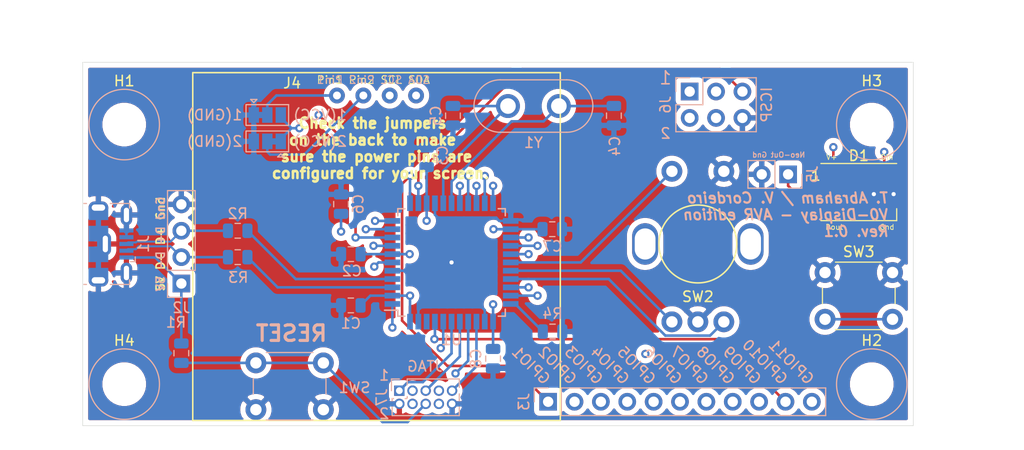
<source format=kicad_pcb>
(kicad_pcb (version 20171130) (host pcbnew "(5.1.9)-1")
  (layers (0 F.Cu signal) (1 VBUS power) (2 GND power) (31 B.Cu signal) (34 B.Paste user) (35 F.Paste user) (36 B.SilkS user) (37 F.SilkS user hide) (38 B.Mask user) (39 F.Mask user) (44 Edge.Cuts user))
  (net 0 "")
  (net 1 GND)
  (net 2 VBUS)
  (net 3 D+)
  (net 4 D-)
  (net 5 SDA)
  (net 6 SCL)
  (net 7 Kill_Switch)
  (net 8 NeoPixel)
  (net 9 ~Reset)
  (net 10 "Net-(D1-Pad2)")
  (net 11 GPIO3)
  (net 12 GPIO2)
  (net 13 GPIO1)
  (net 14 Pin2)
  (net 15 Pin1)
  (net 16 Encoder_Switch)
  (net 17 Encoder_B)
  (net 18 Encoder_A)
  (net 19 "Net-(C4-Pad1)")
  (net 20 "Net-(C5-Pad1)")
  (net 21 "Net-(C6-Pad1)")
  (net 22 GPIO11)
  (net 23 GPIO10)
  (net 24 GPIO9)
  (net 25 GPIO8)
  (net 26 GPIO7)
  (net 27 GPIO6)
  (net 28 GPIO5)
  (net 29 GPIO4)
  (net 30 MOSI)
  (net 31 SCLK)
  (net 32 MISO)
  (net 33 TDI)
  (net 34 "Net-(J7-Pad8)")
  (net 35 "Net-(J7-Pad7)")
  (net 36 TMS)
  (net 37 TDO)
  (net 38 TCK)
  (net 39 "Net-(R2-Pad1)")
  (net 40 "Net-(R3-Pad2)")
  (net 41 "Net-(R4-Pad1)")
  (net 42 "Net-(U1-Pad42)")
  (module V0-Display:1pt3in_OLED (layer F.Cu) (at 113.47 52.85)
    (fp_text reference J4 (at -8.132 -1.194) (layer F.SilkS))
    (fp_text value "I2C Header 1")
    (fp_line (start -17.7 31.3) (end 17.7 31.3) (layer F.SilkS) (width 0.15))
    (fp_line (start -17.7 -2.2) (end 17.7 -2.2) (layer F.SilkS) (width 0.15))
    (fp_line (start -17.7 -2.2) (end -17.7 31.3) (layer F.SilkS) (width 0.15))
    (fp_line (start 17.7 -2.2) (end 17.7 31.3) (layer F.SilkS) (width 0.15))
    (pad 4 thru_hole circle (at 3.81 0) (size 1.524 1.524) (drill 0.762) (layers *.Cu *.Mask) (net 5 SDA))
    (pad 3 thru_hole circle (at 1.27 0) (size 1.524 1.524) (drill 0.762) (layers *.Cu *.Mask) (net 6 SCL))
    (pad 2 thru_hole circle (at -1.27 0) (size 1.524 1.524) (drill 0.762) (layers *.Cu *.Mask) (net 14 Pin2))
    (pad 1 thru_hole circle (at -3.81 0) (size 1.524 1.524) (drill 0.762) (layers *.Cu *.Mask) (net 15 Pin1))
  )
  (module V0-Display:LED_WS2812B_PLCC4_5.0x5.0mm_P3.2mm (layer F.Cu) (at 159.92 62.15)
    (fp_text reference D1 (at 0 -3.5) (layer F.SilkS))
    (fp_text value WS2812B)
    (fp_line (start 3.65 2.75) (end 3.65 1.6) (layer F.SilkS) (width 0.12))
    (fp_line (start -3.65 2.75) (end 3.65 2.75) (layer F.SilkS) (width 0.12))
    (fp_line (start -3.65 -2.75) (end 3.65 -2.75) (layer F.SilkS) (width 0.12))
    (fp_text user 1 (at -4.15 -1.6) (layer F.SilkS))
    (pad 1 smd rect (at -2.45 -1.6) (size 1.5 1) (layers F.Cu F.Paste F.Mask) (net 2 VBUS))
    (pad 2 smd rect (at -2.45 1.6) (size 1.5 1) (layers F.Cu F.Paste F.Mask) (net 10 "Net-(D1-Pad2)"))
    (pad 4 smd rect (at 2.45 -1.6) (size 1.5 1) (layers F.Cu F.Paste F.Mask) (net 8 NeoPixel))
    (pad 3 smd rect (at 2.45 1.6) (size 1.5 1) (layers F.Cu F.Paste F.Mask) (net 1 GND))
  )
  (module V0-Display:EN11_Encoder (layer F.Cu) (at 144.42 67.15)
    (fp_text reference SW2 (at 0 5.08) (layer F.SilkS))
    (fp_text value Rotary_Encoder_Switch)
    (fp_circle (center 0 0) (end 3.75 0) (layer F.SilkS) (width 0.15))
    (pad MP thru_hole oval (at 5.08 0 180) (size 2.5 4) (drill oval 2 3) (layers *.Cu *.Mask))
    (pad MP thru_hole oval (at -5.08 0) (size 2.5 4) (drill oval 2 3) (layers *.Cu *.Mask))
    (pad S2 thru_hole circle (at 2.5 -7) (size 2 2) (drill 1.1) (layers *.Cu *.Mask) (net 1 GND))
    (pad S1 thru_hole circle (at -2.5 -7) (size 2 2) (drill 1.1) (layers *.Cu *.Mask) (net 16 Encoder_Switch))
    (pad B thru_hole circle (at 2.5 7.5) (size 2 2) (drill 1.1) (layers *.Cu *.Mask) (net 17 Encoder_B))
    (pad C thru_hole circle (at 0 7.5) (size 2 2) (drill 1.1) (layers *.Cu *.Mask) (net 1 GND))
    (pad A thru_hole circle (at -2.5 7.5) (size 2 2) (drill 1.1) (layers *.Cu *.Mask) (net 18 Encoder_A))
  )
  (module V0-Display:SW_PUSH_6mm (layer F.Cu) (at 156.67 69.9)
    (fp_text reference SW3 (at 3.25 -2) (layer F.SilkS))
    (fp_text value SW_SPST)
    (fp_line (start 6.75 3) (end 6.75 1.5) (layer F.SilkS) (width 0.12))
    (fp_line (start 5.5 -1) (end 1 -1) (layer F.SilkS) (width 0.12))
    (fp_line (start -0.25 1.5) (end -0.25 3) (layer F.SilkS) (width 0.12))
    (fp_line (start 1 5.5) (end 5.5 5.5) (layer F.SilkS) (width 0.12))
    (pad 1 thru_hole circle (at 6.5 0 90) (size 2 2) (drill 1.1) (layers *.Cu *.Mask) (net 1 GND))
    (pad 2 thru_hole circle (at 6.5 4.5 90) (size 2 2) (drill 1.1) (layers *.Cu *.Mask) (net 7 Kill_Switch))
    (pad 1 thru_hole circle (at 0 0 90) (size 2 2) (drill 1.1) (layers *.Cu *.Mask) (net 1 GND))
    (pad 2 thru_hole circle (at 0 4.5 90) (size 2 2) (drill 1.1) (layers *.Cu *.Mask) (net 7 Kill_Switch))
  )
  (module V0-Display:SW_PUSH_6mm (layer B.Cu) (at 108.352 78.6054 180)
    (fp_text reference SW1 (at -2.999 -2.387) (layer B.SilkS) (effects (justify mirror)))
    (fp_text value SW_SPST)
    (fp_line (start 6.75 -3) (end 6.75 -1.5) (layer B.SilkS) (width 0.12))
    (fp_line (start 5.5 1) (end 1 1) (layer B.SilkS) (width 0.12))
    (fp_line (start -0.25 -1.5) (end -0.25 -3) (layer B.SilkS) (width 0.12))
    (fp_line (start 1 -5.5) (end 5.5 -5.5) (layer B.SilkS) (width 0.12))
    (pad 1 thru_hole circle (at 6.5 0 90) (size 2 2) (drill 1.1) (layers *.Cu *.Mask) (net 9 ~Reset))
    (pad 2 thru_hole circle (at 6.5 -4.5 90) (size 2 2) (drill 1.1) (layers *.Cu *.Mask) (net 1 GND))
    (pad 1 thru_hole circle (at 0 0 90) (size 2 2) (drill 1.1) (layers *.Cu *.Mask) (net 9 ~Reset))
    (pad 2 thru_hole circle (at 0 -4.5 90) (size 2 2) (drill 1.1) (layers *.Cu *.Mask) (net 1 GND))
  )
  (module V0-Display:R_0805_2012Metric (layer B.Cu) (at 100.1 68.42)
    (fp_text reference R3 (at 0.0478 1.9558) (layer B.SilkS) (effects (justify mirror)))
    (fp_text value 22R)
    (fp_line (start -0.258578 -0.71) (end 0.258578 -0.71) (layer B.SilkS) (width 0.12))
    (fp_line (start -0.258578 0.71) (end 0.258578 0.71) (layer B.SilkS) (width 0.12))
    (pad 2 smd roundrect (at 0.9375 0) (size 0.975 1.4) (layers B.Cu B.Paste B.Mask) (net 40 "Net-(R3-Pad2)"))
    (pad 1 smd roundrect (at -0.9375 0) (size 0.975 1.4) (layers B.Cu B.Paste B.Mask) (net 4 D-))
  )
  (module V0-Display:R_0805_2012Metric (layer B.Cu) (at 94.67 77.6679 270)
    (fp_text reference R1 (at -2.9735 0.516 180) (layer B.SilkS) (effects (justify mirror)))
    (fp_text value 10K)
    (fp_line (start -0.258578 -0.71) (end 0.258578 -0.71) (layer B.SilkS) (width 0.12))
    (fp_line (start -0.258578 0.71) (end 0.258578 0.71) (layer B.SilkS) (width 0.12))
    (pad 2 smd roundrect (at 0.9375 0 270) (size 0.975 1.4) (layers B.Cu B.Paste B.Mask) (net 9 ~Reset))
    (pad 1 smd roundrect (at -0.9375 0 270) (size 0.975 1.4) (layers B.Cu B.Paste B.Mask) (net 2 VBUS))
  )
  (module V0-Display:SolderJumper-3_P1.3mm_Bridged12_Pad1.0x1.5mm (layer B.Cu) (at 102.95 54.73)
    (fp_text reference JP2 hide)
    (fp_text value Pin1)
    (fp_poly (pts (xy -0.9 0.3) (xy -0.4 0.3) (xy -0.4 -0.3) (xy -0.9 -0.3)) (layer B.Cu) (width 0))
    (fp_line (start -2.05 1) (end 2.05 1) (layer B.SilkS) (width 0.12))
    (fp_line (start 2.05 1) (end 2.05 -1) (layer B.SilkS) (width 0.12))
    (fp_line (start 2.05 -1) (end -2.05 -1) (layer B.SilkS) (width 0.12))
    (fp_line (start -2.05 -1) (end -2.05 1) (layer B.SilkS) (width 0.12))
    (fp_line (start -1.3 -1.2) (end -1.6 -1.5) (layer B.SilkS) (width 0.12))
    (fp_line (start -1.6 -1.5) (end -1 -1.5) (layer B.SilkS) (width 0.12))
    (fp_line (start -1.3 -1.2) (end -1 -1.5) (layer B.SilkS) (width 0.12))
    (pad 2 smd rect (at 0 0) (size 1 1.5) (layers B.Cu B.Mask) (net 15 Pin1))
    (pad 3 smd rect (at 1.3 0) (size 1 1.5) (layers B.Cu B.Mask) (net 2 VBUS))
    (pad 1 smd rect (at -1.3 0) (size 1 1.5) (layers B.Cu B.Mask) (net 1 GND))
  )
  (module V0-Display:SolderJumper-3_P1.3mm_Bridged12_Pad1.0x1.5mm (layer B.Cu) (at 102.95 57.27 180)
    (fp_text reference JP1 hide)
    (fp_text value Pin2)
    (fp_poly (pts (xy -0.9 0.3) (xy -0.4 0.3) (xy -0.4 -0.3) (xy -0.9 -0.3)) (layer B.Cu) (width 0))
    (fp_line (start -2.05 1) (end 2.05 1) (layer B.SilkS) (width 0.12))
    (fp_line (start 2.05 1) (end 2.05 -1) (layer B.SilkS) (width 0.12))
    (fp_line (start 2.05 -1) (end -2.05 -1) (layer B.SilkS) (width 0.12))
    (fp_line (start -2.05 -1) (end -2.05 1) (layer B.SilkS) (width 0.12))
    (fp_line (start -1.3 -1.2) (end -1.6 -1.5) (layer B.SilkS) (width 0.12))
    (fp_line (start -1.6 -1.5) (end -1 -1.5) (layer B.SilkS) (width 0.12))
    (fp_line (start -1.3 -1.2) (end -1 -1.5) (layer B.SilkS) (width 0.12))
    (pad 2 smd rect (at 0 0 180) (size 1 1.5) (layers B.Cu B.Mask) (net 14 Pin2))
    (pad 3 smd rect (at 1.3 0 180) (size 1 1.5) (layers B.Cu B.Mask) (net 1 GND))
    (pad 1 smd rect (at -1.3 0 180) (size 1 1.5) (layers B.Cu B.Mask) (net 2 VBUS))
  )
  (module V0-Display:PinHeader_1x02_P2.54mm_Vertical (layer B.Cu) (at 153.115 60.445 90)
    (fp_text reference J5 (at 0 2.33 90) (layer B.SilkS) (effects (justify mirror)))
    (fp_text value Conn_01x02)
    (fp_line (start -1.33 1.33) (end 0 1.33) (layer B.SilkS) (width 0.12))
    (fp_line (start -1.33 0) (end -1.33 1.33) (layer B.SilkS) (width 0.12))
    (fp_line (start -1.33 -1.27) (end 1.33 -1.27) (layer B.SilkS) (width 0.12))
    (fp_line (start 1.33 -1.27) (end 1.33 -3.87) (layer B.SilkS) (width 0.12))
    (fp_line (start -1.33 -1.27) (end -1.33 -3.87) (layer B.SilkS) (width 0.12))
    (fp_line (start -1.33 -3.87) (end 1.33 -3.87) (layer B.SilkS) (width 0.12))
    (pad 2 thru_hole oval (at 0 -2.54 90) (size 1.7 1.7) (drill 1) (layers *.Cu *.Mask) (net 1 GND))
    (pad 1 thru_hole rect (at 0 0 90) (size 1.7 1.7) (drill 1) (layers *.Cu *.Mask) (net 10 "Net-(D1-Pad2)"))
  )
  (module V0-Display:PinHeader_1x04_P2.54mm_Vertical (layer B.Cu) (at 94.67 70.96)
    (fp_text reference J2 (at 0 2.33) (layer B.SilkS) (effects (justify mirror)))
    (fp_text value USB_Header)
    (fp_line (start -1.33 1.33) (end 0 1.33) (layer B.SilkS) (width 0.12))
    (fp_line (start -1.33 0) (end -1.33 1.33) (layer B.SilkS) (width 0.12))
    (fp_line (start -1.33 -1.27) (end 1.33 -1.27) (layer B.SilkS) (width 0.12))
    (fp_line (start 1.33 -1.27) (end 1.33 -8.95) (layer B.SilkS) (width 0.12))
    (fp_line (start -1.33 -1.27) (end -1.33 -8.95) (layer B.SilkS) (width 0.12))
    (fp_line (start -1.33 -8.95) (end 1.33 -8.95) (layer B.SilkS) (width 0.12))
    (pad 4 thru_hole oval (at 0 -7.62) (size 1.7 1.7) (drill 1) (layers *.Cu *.Mask) (net 1 GND))
    (pad 3 thru_hole oval (at 0 -5.08) (size 1.7 1.7) (drill 1) (layers *.Cu *.Mask) (net 3 D+))
    (pad 2 thru_hole oval (at 0 -2.54) (size 1.7 1.7) (drill 1) (layers *.Cu *.Mask) (net 4 D-))
    (pad 1 thru_hole rect (at 0 0) (size 1.7 1.7) (drill 1) (layers *.Cu *.Mask) (net 2 VBUS))
  )
  (module V0-Display:MolexVertical&Horizontal_MicroB (layer B.Cu) (at 87.92 67.15 90)
    (fp_text reference J1 (at 0 3.1125 90) (layer B.SilkS) (effects (justify mirror)))
    (fp_text value USB_B_Micro)
    (fp_line (start -1.7 2.3125) (end -1.7 1.8625) (layer B.SilkS) (width 0.12))
    (fp_line (start -1.7 2.3125) (end -1.25 2.3125) (layer B.SilkS) (width 0.12))
    (fp_line (start 3.9 1.7625) (end 3.45 1.7625) (layer B.SilkS) (width 0.12))
    (fp_line (start 3.9 -0.0875) (end 3.9 1.7625) (layer B.SilkS) (width 0.12))
    (fp_line (start -3.9 -2.6375) (end -3.9 -2.3875) (layer B.SilkS) (width 0.12))
    (fp_line (start 3.9 -2.6375) (end 3.9 -2.3875) (layer B.SilkS) (width 0.12))
    (fp_line (start -3.9 -0.0875) (end -3.9 1.7625) (layer B.SilkS) (width 0.12))
    (fp_line (start -3.9 1.7625) (end -3.45 1.7625) (layer B.SilkS) (width 0.12))
    (pad 6 thru_hole oval (at 0 -0.5695 90) (size 2.2 1.1) (drill oval 1.6 0.5) (layers *.Cu *.Mask) (net 1 GND))
    (pad 6 thru_hole oval (at -2.794 1.4625 90) (size 2 1.1) (drill oval 1.4 0.5) (layers *.Cu *.Mask) (net 1 GND))
    (pad 6 smd rect (at -2.9 -1.2375 90) (size 1.2 1.9) (layers B.Cu B.Mask) (net 1 GND))
    (pad 6 smd rect (at 2.9 -1.2375 90) (size 1.2 1.9) (layers B.Cu B.Mask) (net 1 GND))
    (pad 6 thru_hole oval (at 3.5 -1.2375 90) (size 1.2 1.9) (drill oval 0.6 1.3) (layers *.Cu *.Mask) (net 1 GND))
    (pad 6 thru_hole oval (at -3.5 -1.2375 270) (size 1.2 1.9) (drill oval 0.6 1.3) (layers *.Cu *.Mask) (net 1 GND))
    (pad 6 smd rect (at -1 -1.2375 90) (size 1.5 1.9) (layers B.Cu B.Paste B.Mask) (net 1 GND))
    (pad 6 thru_hole oval (at 2.794 1.4625 90) (size 2 1.1) (drill oval 1.4 0.5) (layers *.Cu *.Mask) (net 1 GND))
    (pad 3 smd rect (at 0 1.4625 90) (size 0.4 1.35) (layers B.Cu B.Paste B.Mask) (net 3 D+))
    (pad 4 smd rect (at 0.65 1.4625 90) (size 0.4 1.35) (layers B.Cu B.Paste B.Mask) (net 1 GND))
    (pad 5 smd rect (at 1.3 1.4625 90) (size 0.4 1.35) (layers B.Cu B.Paste B.Mask) (net 1 GND))
    (pad 1 smd rect (at -1.3 1.4625 90) (size 0.4 1.35) (layers B.Cu B.Paste B.Mask) (net 2 VBUS))
    (pad 2 smd rect (at -0.65 1.4625 90) (size 0.4 1.35) (layers B.Cu B.Paste B.Mask) (net 4 D-))
    (pad 6 smd rect (at 1 -1.2375 90) (size 1.5 1.9) (layers B.Cu B.Paste B.Mask) (net 1 GND))
  )
  (module V0-Display:MountingHole_3.2mm_M3 (layer F.Cu) (at 89.17 80.65)
    (fp_text reference H4 (at 0 -4.2) (layer F.SilkS))
    (fp_text value MountingHole)
    (pad 1 np_thru_hole circle (at 0 0) (size 3.2 3.2) (drill 3.2) (layers *.Cu *.Mask))
  )
  (module V0-Display:MountingHole_3.2mm_M3 (layer F.Cu) (at 161.17 55.65)
    (fp_text reference H3 (at 0 -4.2) (layer F.SilkS))
    (fp_text value MountingHole)
    (pad 1 np_thru_hole circle (at 0 0) (size 3.2 3.2) (drill 3.2) (layers *.Cu *.Mask))
  )
  (module V0-Display:MountingHole_3.2mm_M3 (layer F.Cu) (at 161.17 80.65)
    (fp_text reference H2 (at 0 -4.2) (layer F.SilkS))
    (fp_text value MountingHole)
    (pad 1 np_thru_hole circle (at 0 0) (size 3.2 3.2) (drill 3.2) (layers *.Cu *.Mask))
  )
  (module V0-Display:MountingHole_3.2mm_M3 (layer F.Cu) (at 89.17 55.65)
    (fp_text reference H1 (at 0 -4.2) (layer F.SilkS))
    (fp_text value MountingHole)
    (pad 1 np_thru_hole circle (at 0 0) (size 3.2 3.2) (drill 3.2) (layers *.Cu *.Mask))
  )
  (module V0-Display:C_0805_2012Metric (layer B.Cu) (at 136.332 54.7943 270)
    (fp_text reference C4 (at 2.93 -0.092 90) (layer B.SilkS) (effects (justify mirror)))
    (fp_text value 8pF)
    (fp_line (start -0.258578 -0.71) (end 0.258578 -0.71) (layer B.SilkS) (width 0.12))
    (fp_line (start -0.258578 0.71) (end 0.258578 0.71) (layer B.SilkS) (width 0.12))
    (pad 2 smd roundrect (at 0.9375 0 270) (size 0.975 1.4) (layers B.Cu B.Paste B.Mask) (net 1 GND))
    (pad 1 smd roundrect (at -0.9375 0 270) (size 0.975 1.4) (layers B.Cu B.Paste B.Mask) (net 19 "Net-(C4-Pad1)"))
  )
  (module V0-Display:C_0805_2012Metric (layer B.Cu) (at 118.2964 58.8 270)
    (fp_text reference C3 (at -0.1795 -1.524 90) (layer B.SilkS) (effects (justify mirror)))
    (fp_text value 0.1µF)
    (fp_line (start -0.258578 -0.71) (end 0.258578 -0.71) (layer B.SilkS) (width 0.12))
    (fp_line (start -0.258578 0.71) (end 0.258578 0.71) (layer B.SilkS) (width 0.12))
    (pad 2 smd roundrect (at 0.9375 0 270) (size 0.975 1.4) (layers B.Cu B.Paste B.Mask) (net 2 VBUS))
    (pad 1 smd roundrect (at -0.9375 0 270) (size 0.975 1.4) (layers B.Cu B.Paste B.Mask) (net 1 GND))
  )
  (module V0-Display:C_0805_2012Metric (layer B.Cu) (at 110.9964 68.128)
    (fp_text reference C2 (at 0.1016 1.6256) (layer B.SilkS) (effects (justify mirror)))
    (fp_text value 0.1µF)
    (fp_line (start -0.258578 -0.71) (end 0.258578 -0.71) (layer B.SilkS) (width 0.12))
    (fp_line (start -0.258578 0.71) (end 0.258578 0.71) (layer B.SilkS) (width 0.12))
    (pad 2 smd roundrect (at 0.9375 0) (size 0.975 1.4) (layers B.Cu B.Paste B.Mask) (net 2 VBUS))
    (pad 1 smd roundrect (at -0.9375 0) (size 0.975 1.4) (layers B.Cu B.Paste B.Mask) (net 1 GND))
  )
  (module V0-Display:C_0805_2012Metric (layer B.Cu) (at 110.9964 73.0682)
    (fp_text reference C1 (at 0.0023 1.7272) (layer B.SilkS) (effects (justify mirror)))
    (fp_text value 0.1µF)
    (fp_line (start -0.258578 -0.71) (end 0.258578 -0.71) (layer B.SilkS) (width 0.12))
    (fp_line (start -0.258578 0.71) (end 0.258578 0.71) (layer B.SilkS) (width 0.12))
    (pad 2 smd roundrect (at 0.9375 0) (size 0.975 1.4) (layers B.Cu B.Paste B.Mask) (net 2 VBUS))
    (pad 1 smd roundrect (at -0.9375 0) (size 0.975 1.4) (layers B.Cu B.Paste B.Mask) (net 1 GND))
  )
  (module V0-Display:C_0805_2012Metric (layer B.Cu) (at 120.832 54.7943 270)
    (fp_text reference C5 (at 0 1.65 90) (layer B.SilkS) (effects (justify mirror)))
    (fp_text value 8pF)
    (fp_line (start -0.258578 0.71) (end 0.258578 0.71) (layer B.SilkS) (width 0.12))
    (fp_line (start -0.258578 -0.71) (end 0.258578 -0.71) (layer B.SilkS) (width 0.12))
    (pad 1 smd roundrect (at -0.9375 0 270) (size 0.975 1.4) (layers B.Cu B.Paste B.Mask) (net 20 "Net-(C5-Pad1)"))
    (pad 2 smd roundrect (at 0.9375 0 270) (size 0.975 1.4) (layers B.Cu B.Paste B.Mask) (net 1 GND))
  )
  (module V0-Display:C_0805_2012Metric (layer B.Cu) (at 110.0538 63.3146 90)
    (fp_text reference C6 (at 0 1.65 90) (layer B.SilkS) (effects (justify mirror)))
    (fp_text value 1µF)
    (fp_line (start -0.258578 -0.71) (end 0.258578 -0.71) (layer B.SilkS) (width 0.12))
    (fp_line (start -0.258578 0.71) (end 0.258578 0.71) (layer B.SilkS) (width 0.12))
    (pad 2 smd roundrect (at 0.9375 0 90) (size 0.975 1.4) (layers B.Cu B.Paste B.Mask) (net 1 GND))
    (pad 1 smd roundrect (at -0.9375 0 90) (size 0.975 1.4) (layers B.Cu B.Paste B.Mask) (net 21 "Net-(C6-Pad1)"))
  )
  (module Pin_Headers:Pin_Header_Straight_1x11_Pitch2.54mm (layer B.Cu) (at 130 82.3472 270)
    (fp_text reference J3 (at 0 2.33 90) (layer B.SilkS) (effects (justify mirror)))
    (fp_text value Conn_01x11)
    (fp_line (start -1.33 1.33) (end 0 1.33) (layer B.SilkS) (width 0.12))
    (fp_line (start -1.33 0) (end -1.33 1.33) (layer B.SilkS) (width 0.12))
    (fp_line (start -1.33 -1.27) (end 1.33 -1.27) (layer B.SilkS) (width 0.12))
    (fp_line (start 1.33 -1.27) (end 1.33 -26.73) (layer B.SilkS) (width 0.12))
    (fp_line (start -1.33 -1.27) (end -1.33 -26.73) (layer B.SilkS) (width 0.12))
    (fp_line (start -1.33 -26.73) (end 1.33 -26.73) (layer B.SilkS) (width 0.12))
    (pad 11 thru_hole oval (at 0 -25.4 270) (size 1.7 1.7) (drill 1) (layers *.Cu *.Mask) (net 22 GPIO11))
    (pad 10 thru_hole oval (at 0 -22.86 270) (size 1.7 1.7) (drill 1) (layers *.Cu *.Mask) (net 23 GPIO10))
    (pad 9 thru_hole oval (at 0 -20.32 270) (size 1.7 1.7) (drill 1) (layers *.Cu *.Mask) (net 24 GPIO9))
    (pad 8 thru_hole oval (at 0 -17.78 270) (size 1.7 1.7) (drill 1) (layers *.Cu *.Mask) (net 25 GPIO8))
    (pad 7 thru_hole oval (at 0 -15.24 270) (size 1.7 1.7) (drill 1) (layers *.Cu *.Mask) (net 26 GPIO7))
    (pad 6 thru_hole oval (at 0 -12.7 270) (size 1.7 1.7) (drill 1) (layers *.Cu *.Mask) (net 27 GPIO6))
    (pad 5 thru_hole oval (at 0 -10.16 270) (size 1.7 1.7) (drill 1) (layers *.Cu *.Mask) (net 28 GPIO5))
    (pad 4 thru_hole oval (at 0 -7.62 270) (size 1.7 1.7) (drill 1) (layers *.Cu *.Mask) (net 29 GPIO4))
    (pad 3 thru_hole oval (at 0 -5.08 270) (size 1.7 1.7) (drill 1) (layers *.Cu *.Mask) (net 11 GPIO3))
    (pad 2 thru_hole oval (at 0 -2.54 270) (size 1.7 1.7) (drill 1) (layers *.Cu *.Mask) (net 12 GPIO2))
    (pad 1 thru_hole rect (at 0 0 270) (size 1.7 1.7) (drill 1) (layers *.Cu *.Mask) (net 13 GPIO1))
  )
  (module Pin_Headers:Pin_Header_Straight_2x03_Pitch2.54mm (layer B.Cu) (at 143.6326 52.4688 270)
    (fp_text reference J6 (at 1.27 2.33 90) (layer B.SilkS) (effects (justify mirror)))
    (fp_text value ICSP (at 1.27 -7.41 90) (layer B.SilkS) (effects (justify mirror)))
    (fp_line (start -1.33 1.33) (end 0 1.33) (layer B.SilkS) (width 0.12))
    (fp_line (start -1.33 0) (end -1.33 1.33) (layer B.SilkS) (width 0.12))
    (fp_line (start 1.27 1.33) (end 3.87 1.33) (layer B.SilkS) (width 0.12))
    (fp_line (start 1.27 -1.27) (end 1.27 1.33) (layer B.SilkS) (width 0.12))
    (fp_line (start -1.33 -1.27) (end 1.27 -1.27) (layer B.SilkS) (width 0.12))
    (fp_line (start 3.87 1.33) (end 3.87 -6.41) (layer B.SilkS) (width 0.12))
    (fp_line (start -1.33 -1.27) (end -1.33 -6.41) (layer B.SilkS) (width 0.12))
    (fp_line (start -1.33 -6.41) (end 3.87 -6.41) (layer B.SilkS) (width 0.12))
    (pad 6 thru_hole oval (at 2.54 -5.08 270) (size 1.7 1.7) (drill 1) (layers *.Cu *.Mask) (net 1 GND))
    (pad 5 thru_hole oval (at 0 -5.08 270) (size 1.7 1.7) (drill 1) (layers *.Cu *.Mask) (net 9 ~Reset))
    (pad 4 thru_hole oval (at 2.54 -2.54 270) (size 1.7 1.7) (drill 1) (layers *.Cu *.Mask) (net 30 MOSI))
    (pad 3 thru_hole oval (at 0 -2.54 270) (size 1.7 1.7) (drill 1) (layers *.Cu *.Mask) (net 31 SCLK))
    (pad 2 thru_hole oval (at 2.54 0 270) (size 1.7 1.7) (drill 1) (layers *.Cu *.Mask) (net 2 VBUS))
    (pad 1 thru_hole rect (at 0 0 270) (size 1.7 1.7) (drill 1) (layers *.Cu *.Mask) (net 32 MISO))
  )
  (module Pin_Headers:Pin_Header_Straight_2x05_Pitch1.27mm (layer B.Cu) (at 115.6672 81.2804 270)
    (fp_text reference J7 (at 0.635 1.695 90) (layer B.SilkS) (effects (justify mirror)))
    (fp_text value JTAG)
    (fp_line (start -1.13 0.76) (end 0 0.76) (layer B.SilkS) (width 0.12))
    (fp_line (start -1.13 0) (end -1.13 0.76) (layer B.SilkS) (width 0.12))
    (fp_line (start 1.57753 0.695) (end 2.4 0.695) (layer B.SilkS) (width 0.12))
    (fp_line (start 0.76 0.695) (end 0.96247 0.695) (layer B.SilkS) (width 0.12))
    (fp_line (start 0.76 0.563471) (end 0.76 0.695) (layer B.SilkS) (width 0.12))
    (fp_line (start 0.76 -0.706529) (end 0.76 -0.563471) (layer B.SilkS) (width 0.12))
    (fp_line (start 0.563471 -0.76) (end 0.706529 -0.76) (layer B.SilkS) (width 0.12))
    (fp_line (start -1.13 -0.76) (end -0.563471 -0.76) (layer B.SilkS) (width 0.12))
    (fp_line (start 2.4 0.695) (end 2.4 -5.775) (layer B.SilkS) (width 0.12))
    (fp_line (start -1.13 -0.76) (end -1.13 -5.775) (layer B.SilkS) (width 0.12))
    (fp_line (start 0.30753 -5.775) (end 0.96247 -5.775) (layer B.SilkS) (width 0.12))
    (fp_line (start 1.57753 -5.775) (end 2.4 -5.775) (layer B.SilkS) (width 0.12))
    (fp_line (start -1.13 -5.775) (end -0.30753 -5.775) (layer B.SilkS) (width 0.12))
    (pad 10 thru_hole oval (at 1.27 -5.08 270) (size 1 1) (drill 0.65) (layers *.Cu *.Mask) (net 1 GND))
    (pad 9 thru_hole oval (at 0 -5.08 270) (size 1 1) (drill 0.65) (layers *.Cu *.Mask) (net 33 TDI))
    (pad 8 thru_hole oval (at 1.27 -3.81 270) (size 1 1) (drill 0.65) (layers *.Cu *.Mask) (net 34 "Net-(J7-Pad8)"))
    (pad 7 thru_hole oval (at 0 -3.81 270) (size 1 1) (drill 0.65) (layers *.Cu *.Mask) (net 35 "Net-(J7-Pad7)"))
    (pad 6 thru_hole oval (at 1.27 -2.54 270) (size 1 1) (drill 0.65) (layers *.Cu *.Mask) (net 9 ~Reset))
    (pad 5 thru_hole oval (at 0 -2.54 270) (size 1 1) (drill 0.65) (layers *.Cu *.Mask) (net 36 TMS))
    (pad 4 thru_hole oval (at 1.27 -1.27 270) (size 1 1) (drill 0.65) (layers *.Cu *.Mask) (net 2 VBUS))
    (pad 3 thru_hole oval (at 0 -1.27 270) (size 1 1) (drill 0.65) (layers *.Cu *.Mask) (net 37 TDO))
    (pad 2 thru_hole oval (at 1.27 0 270) (size 1 1) (drill 0.65) (layers *.Cu *.Mask) (net 1 GND))
    (pad 1 thru_hole rect (at 0 0 270) (size 1 1) (drill 0.65) (layers *.Cu *.Mask) (net 38 TCK))
  )
  (module V0-Display:R_0805_2012Metric (layer B.Cu) (at 100.1 65.88 180)
    (fp_text reference R2 (at 0 1.65) (layer B.SilkS) (effects (justify mirror)))
    (fp_text value 22R)
    (fp_line (start -0.258578 -0.71) (end 0.258578 -0.71) (layer B.SilkS) (width 0.12))
    (fp_line (start -0.258578 0.71) (end 0.258578 0.71) (layer B.SilkS) (width 0.12))
    (pad 2 smd roundrect (at 0.9375 0 180) (size 0.975 1.4) (layers B.Cu B.Paste B.Mask) (net 3 D+))
    (pad 1 smd roundrect (at -0.9375 0 180) (size 0.975 1.4) (layers B.Cu B.Paste B.Mask) (net 39 "Net-(R2-Pad1)"))
  )
  (module V0-Display:R_0805_2012Metric (layer B.Cu) (at 130.4246 75.5828)
    (fp_text reference R4 (at 0 -1.7272) (layer B.SilkS) (effects (justify mirror)))
    (fp_text value 10K)
    (fp_line (start -0.258578 0.71) (end 0.258578 0.71) (layer B.SilkS) (width 0.12))
    (fp_line (start -0.258578 -0.71) (end 0.258578 -0.71) (layer B.SilkS) (width 0.12))
    (pad 1 smd roundrect (at -0.9375 0) (size 0.975 1.4) (layers B.Cu B.Paste B.Mask) (net 41 "Net-(R4-Pad1)"))
    (pad 2 smd roundrect (at 0.9375 0) (size 0.975 1.4) (layers B.Cu B.Paste B.Mask) (net 1 GND))
  )
  (module Housings_QFP:TQFP-44_10x10mm_Pitch0.8mm (layer B.Cu) (at 120.6964 68.928)
    (fp_text reference U1 (at 0 7.45) (layer B.SilkS) (effects (justify mirror)))
    (fp_text value ATmega32U4-AU)
    (fp_line (start -5.175 4.6) (end -6.45 4.6) (layer B.SilkS) (width 0.15))
    (fp_line (start 5.175 5.175) (end 4.5 5.175) (layer B.SilkS) (width 0.15))
    (fp_line (start 5.175 -5.175) (end 4.5 -5.175) (layer B.SilkS) (width 0.15))
    (fp_line (start -5.175 -5.175) (end -4.5 -5.175) (layer B.SilkS) (width 0.15))
    (fp_line (start -5.175 5.175) (end -4.5 5.175) (layer B.SilkS) (width 0.15))
    (fp_line (start -5.175 -5.175) (end -5.175 -4.5) (layer B.SilkS) (width 0.15))
    (fp_line (start 5.175 -5.175) (end 5.175 -4.5) (layer B.SilkS) (width 0.15))
    (fp_line (start 5.175 5.175) (end 5.175 4.5) (layer B.SilkS) (width 0.15))
    (fp_line (start -5.175 5.175) (end -5.175 4.6) (layer B.SilkS) (width 0.15))
    (pad 44 smd rect (at -4 5.7 270) (size 1.5 0.55) (layers B.Cu B.Paste B.Mask) (net 2 VBUS))
    (pad 43 smd rect (at -3.2 5.7 270) (size 1.5 0.55) (layers B.Cu B.Paste B.Mask) (net 1 GND))
    (pad 42 smd rect (at -2.4 5.7 270) (size 1.5 0.55) (layers B.Cu B.Paste B.Mask) (net 42 "Net-(U1-Pad42)"))
    (pad 41 smd rect (at -1.6 5.7 270) (size 1.5 0.55) (layers B.Cu B.Paste B.Mask) (net 23 GPIO10))
    (pad 40 smd rect (at -0.8 5.7 270) (size 1.5 0.55) (layers B.Cu B.Paste B.Mask) (net 22 GPIO11))
    (pad 39 smd rect (at 0 5.7 270) (size 1.5 0.55) (layers B.Cu B.Paste B.Mask) (net 38 TCK))
    (pad 38 smd rect (at 0.8 5.7 270) (size 1.5 0.55) (layers B.Cu B.Paste B.Mask) (net 36 TMS))
    (pad 37 smd rect (at 1.6 5.7 270) (size 1.5 0.55) (layers B.Cu B.Paste B.Mask) (net 37 TDO))
    (pad 36 smd rect (at 2.4 5.7 270) (size 1.5 0.55) (layers B.Cu B.Paste B.Mask) (net 33 TDI))
    (pad 35 smd rect (at 3.2 5.7 270) (size 1.5 0.55) (layers B.Cu B.Paste B.Mask) (net 1 GND))
    (pad 34 smd rect (at 4 5.7 270) (size 1.5 0.55) (layers B.Cu B.Paste B.Mask) (net 2 VBUS))
    (pad 33 smd rect (at 5.7 4) (size 1.5 0.55) (layers B.Cu B.Paste B.Mask) (net 41 "Net-(R4-Pad1)"))
    (pad 32 smd rect (at 5.7 3.2) (size 1.5 0.55) (layers B.Cu B.Paste B.Mask) (net 11 GPIO3))
    (pad 31 smd rect (at 5.7 2.4) (size 1.5 0.55) (layers B.Cu B.Paste B.Mask) (net 12 GPIO2))
    (pad 30 smd rect (at 5.7 1.6) (size 1.5 0.55) (layers B.Cu B.Paste B.Mask) (net 17 Encoder_B))
    (pad 29 smd rect (at 5.7 0.8) (size 1.5 0.55) (layers B.Cu B.Paste B.Mask) (net 18 Encoder_A))
    (pad 28 smd rect (at 5.7 0) (size 1.5 0.55) (layers B.Cu B.Paste B.Mask) (net 16 Encoder_Switch))
    (pad 27 smd rect (at 5.7 -0.8) (size 1.5 0.55) (layers B.Cu B.Paste B.Mask) (net 24 GPIO9))
    (pad 26 smd rect (at 5.7 -1.6) (size 1.5 0.55) (layers B.Cu B.Paste B.Mask) (net 25 GPIO8))
    (pad 25 smd rect (at 5.7 -2.4) (size 1.5 0.55) (layers B.Cu B.Paste B.Mask) (net 27 GPIO6))
    (pad 24 smd rect (at 5.7 -3.2) (size 1.5 0.55) (layers B.Cu B.Paste B.Mask) (net 2 VBUS))
    (pad 23 smd rect (at 5.7 -4) (size 1.5 0.55) (layers B.Cu B.Paste B.Mask) (net 1 GND))
    (pad 22 smd rect (at 4 -5.7 270) (size 1.5 0.55) (layers B.Cu B.Paste B.Mask) (net 26 GPIO7))
    (pad 21 smd rect (at 3.2 -5.7 270) (size 1.5 0.55) (layers B.Cu B.Paste B.Mask) (net 28 GPIO5))
    (pad 20 smd rect (at 2.4 -5.7 270) (size 1.5 0.55) (layers B.Cu B.Paste B.Mask) (net 29 GPIO4))
    (pad 19 smd rect (at 1.6 -5.7 270) (size 1.5 0.55) (layers B.Cu B.Paste B.Mask) (net 5 SDA))
    (pad 18 smd rect (at 0.8 -5.7 270) (size 1.5 0.55) (layers B.Cu B.Paste B.Mask) (net 6 SCL))
    (pad 17 smd rect (at 0 -5.7 270) (size 1.5 0.55) (layers B.Cu B.Paste B.Mask) (net 19 "Net-(C4-Pad1)"))
    (pad 16 smd rect (at -0.8 -5.7 270) (size 1.5 0.55) (layers B.Cu B.Paste B.Mask) (net 20 "Net-(C5-Pad1)"))
    (pad 15 smd rect (at -1.6 -5.7 270) (size 1.5 0.55) (layers B.Cu B.Paste B.Mask) (net 1 GND))
    (pad 14 smd rect (at -2.4 -5.7 270) (size 1.5 0.55) (layers B.Cu B.Paste B.Mask) (net 2 VBUS))
    (pad 13 smd rect (at -3.2 -5.7 270) (size 1.5 0.55) (layers B.Cu B.Paste B.Mask) (net 9 ~Reset))
    (pad 12 smd rect (at -4 -5.7 270) (size 1.5 0.55) (layers B.Cu B.Paste B.Mask) (net 13 GPIO1))
    (pad 11 smd rect (at -5.7 -4) (size 1.5 0.55) (layers B.Cu B.Paste B.Mask) (net 32 MISO))
    (pad 10 smd rect (at -5.7 -3.2) (size 1.5 0.55) (layers B.Cu B.Paste B.Mask) (net 30 MOSI))
    (pad 9 smd rect (at -5.7 -2.4) (size 1.5 0.55) (layers B.Cu B.Paste B.Mask) (net 31 SCLK))
    (pad 8 smd rect (at -5.7 -1.6) (size 1.5 0.55) (layers B.Cu B.Paste B.Mask) (net 7 Kill_Switch))
    (pad 7 smd rect (at -5.7 -0.8) (size 1.5 0.55) (layers B.Cu B.Paste B.Mask) (net 2 VBUS))
    (pad 6 smd rect (at -5.7 0) (size 1.5 0.55) (layers B.Cu B.Paste B.Mask) (net 21 "Net-(C6-Pad1)"))
    (pad 5 smd rect (at -5.7 0.8) (size 1.5 0.55) (layers B.Cu B.Paste B.Mask) (net 1 GND))
    (pad 4 smd rect (at -5.7 1.6) (size 1.5 0.55) (layers B.Cu B.Paste B.Mask) (net 39 "Net-(R2-Pad1)"))
    (pad 3 smd rect (at -5.7 2.4) (size 1.5 0.55) (layers B.Cu B.Paste B.Mask) (net 40 "Net-(R3-Pad2)"))
    (pad 2 smd rect (at -5.7 3.2) (size 1.5 0.55) (layers B.Cu B.Paste B.Mask) (net 2 VBUS))
    (pad 1 smd rect (at -5.7 4) (size 1.5 0.55) (layers B.Cu B.Paste B.Mask) (net 8 NeoPixel))
  )
  (module Crystals:Crystal_HC50_Vertical (layer B.Cu) (at 126.132 53.8658)
    (fp_text reference Y1 (at 2.45 3.525) (layer B.SilkS) (effects (justify mirror)))
    (fp_text value 16MHz)
    (fp_line (start -0.75 -2.525) (end 5.65 -2.525) (layer B.SilkS) (width 0.12))
    (fp_line (start -0.75 2.525) (end 5.65 2.525) (layer B.SilkS) (width 0.12))
    (fp_arc (start 5.65 0) (end 5.65 2.525) (angle -180) (layer B.SilkS) (width 0.12))
    (fp_arc (start -0.75 0) (end -0.75 2.525) (angle 180) (layer B.SilkS) (width 0.12))
    (pad 2 thru_hole circle (at 4.9 0) (size 2.3 2.3) (drill 1.5) (layers *.Cu *.Mask) (net 19 "Net-(C4-Pad1)"))
    (pad 1 thru_hole circle (at 0 0) (size 2.3 2.3) (drill 1.5) (layers *.Cu *.Mask) (net 20 "Net-(C5-Pad1)"))
  )
  (module V0-Display:C_0805_2012Metric (layer B.Cu) (at 130.3969 65.728)
    (fp_text reference C7 (at 0 1.65) (layer B.SilkS) (effects (justify mirror)))
    (fp_text value 0.1µF)
    (fp_line (start -0.258578 -0.71) (end 0.258578 -0.71) (layer B.SilkS) (width 0.12))
    (fp_line (start -0.258578 0.71) (end 0.258578 0.71) (layer B.SilkS) (width 0.12))
    (pad 2 smd roundrect (at 0.9375 0) (size 0.975 1.4) (layers B.Cu B.Paste B.Mask) (net 1 GND))
    (pad 1 smd roundrect (at -0.9375 0) (size 0.975 1.4) (layers B.Cu B.Paste B.Mask) (net 2 VBUS))
  )
  (module V0-Display:C_0805_2012Metric (layer B.Cu) (at 124.6964 78.1967 270)
    (fp_text reference C8 (at 0 1.65 90) (layer B.SilkS) (effects (justify mirror)))
    (fp_text value 0.1µF)
    (fp_line (start -0.258578 0.71) (end 0.258578 0.71) (layer B.SilkS) (width 0.12))
    (fp_line (start -0.258578 -0.71) (end 0.258578 -0.71) (layer B.SilkS) (width 0.12))
    (pad 1 smd roundrect (at -0.9375 0 270) (size 0.975 1.4) (layers B.Cu B.Paste B.Mask) (net 2 VBUS))
    (pad 2 smd roundrect (at 0.9375 0 270) (size 0.975 1.4) (layers B.Cu B.Paste B.Mask) (net 1 GND))
  )
  (gr_text 2 (at 114.2 83.5) (layer B.SilkS) (effects (font (size 1 1)) (justify mirror)))
  (gr_text 1 (at 114.2 79.8) (layer B.SilkS) (effects (font (size 1 1)) (justify mirror)))
  (gr_text JTAG (at 118.131 78.9356) (layer B.SilkS) (effects (font (size 1 1)) (justify mirror)))
  (gr_text 2 (at 141.3 56.5) (layer B.SilkS) (effects (font (size 1 1)) (justify mirror)))
  (gr_text 1 (at 141.3 51.15) (layer B.SilkS) (effects (font (size 1.25 1.25)) (justify mirror)))
  (gr_text GPIO11 (at 155.4 80.5 -45) (layer B.SilkS) (effects (font (size 1 1)) (justify left mirror)))
  (gr_text GPIO10 (at 152.86 80.5 -45) (layer B.SilkS) (effects (font (size 1 1)) (justify left mirror)))
  (gr_text GPIO9 (at 150.32 80.5 -45) (layer B.SilkS) (effects (font (size 1 1)) (justify left mirror)))
  (gr_text GPIO8 (at 147.78 80.5 -45) (layer B.SilkS) (effects (font (size 1 1)) (justify left mirror)))
  (gr_text GPIO7 (at 145.24 80.5 -45) (layer B.SilkS) (effects (font (size 1 1)) (justify left mirror)))
  (gr_text GPIO6 (at 142.7 80.5 -45) (layer B.SilkS) (effects (font (size 1 1)) (justify left mirror)))
  (gr_text GPIO5 (at 140.16 80.5 -45) (layer B.SilkS) (effects (font (size 1 1)) (justify left mirror)))
  (gr_text GPIO4 (at 137.62 80.5 -45) (layer B.SilkS) (effects (font (size 1 1)) (justify left mirror)))
  (gr_text GPIO3 (at 135.08 80.5 -45) (layer B.SilkS) (effects (font (size 1 1)) (justify left mirror)))
  (gr_text GPIO2 (at 132.54 80.5 -45) (layer B.SilkS) (effects (font (size 1 1)) (justify left mirror)))
  (gr_text GPIO1 (at 130 80.5 -45) (layer B.SilkS) (effects (font (size 1 1)) (justify left mirror)))
  (gr_text "T. Abraham / V. Cordeiro\nV0-Display - AVR edition\nRev. 0.1" (at 162.9366 64.3306) (layer B.SilkS) (effects (font (size 1 1) (thickness 0.2) italic) (justify left mirror)))
  (gr_text "Neo-Out Gnd\n" (at 152.205 58.565) (layer B.SilkS) (effects (font (size 0.5 0.5) (thickness 0.1)) (justify mirror)))
  (gr_text "Check the jumpers \non the back to make \nsure the power pins are\n configured for your screen." (at 113.47 57.93) (layer F.SilkS) (effects (font (size 1 1) (thickness 0.25))))
  (gr_text "2(VCC)" (at 108.03 57.27) (layer B.SilkS) (effects (font (size 1 1)) (justify mirror)))
  (gr_text "1(VCC)" (at 108.03 54.73) (layer B.SilkS) (effects (font (size 1 1)) (justify mirror)))
  (gr_text "2(GND)" (at 97.87 57.27) (layer B.SilkS) (effects (font (size 1 1)) (justify mirror)))
  (gr_text "1(GND)" (at 97.87 54.73) (layer B.SilkS) (effects (font (size 1 1)) (justify mirror)))
  (gr_text V+ (at 157.306 58.794) (layer F.SilkS) (effects (font (size 0.5 0.5) (thickness 0.075))))
  (gr_text Gnd (at 162.64 65.525) (layer F.SilkS) (effects (font (size 0.5 0.5) (thickness 0.075))))
  (gr_text Dout (at 157.56 65.525) (layer F.SilkS) (effects (font (size 0.5 0.5) (thickness 0.075))))
  (gr_text Din (at 162.64 58.794) (layer F.SilkS) (effects (font (size 0.5 0.5) (thickness 0.075))))
  (gr_text "Gnd D+ D- 5V" (at 92.67 67.15 90) (layer B.SilkS) (effects (font (size 0.8 0.8)) (justify mirror)))
  (gr_text "5V D- D+ Gnd" (at 92.67 67.15 90) (layer F.SilkS) (effects (font (size 0.8 0.8))))
  (gr_circle (center 161.17 55.65) (end 163.57 53.25) (layer B.SilkS) (width 0.12))
  (gr_circle (center 161.17 80.65) (end 163.57 78.25) (layer B.SilkS) (width 0.12))
  (gr_circle (center 89.17 80.65) (end 91.57 78.25) (layer B.SilkS) (width 0.12))
  (gr_circle (center 89.17 55.65) (end 91.57 53.25) (layer B.SilkS) (width 0.12))
  (gr_text "SDA SCL Pin2 Pin1" (at 113.17 51.348) (layer B.SilkS) (effects (font (size 0.75 0.75) (thickness 0.1)) (justify mirror)))
  (gr_text "Pin1 Pin2 SCL SDA" (at 113.17 51.348) (layer F.SilkS) (effects (font (size 0.75 0.75) (thickness 0.1))))
  (gr_text RESET (at 105.2786 75.7606) (layer B.SilkS) (effects (font (size 1.5 1.5) (thickness 0.3)) (justify mirror)))
  (gr_line (start 85.17 84.65) (end 85.17 49.65) (layer Edge.Cuts) (width 0.05))
  (gr_line (start 165.17 84.65) (end 85.17 84.65) (layer Edge.Cuts) (width 0.05))
  (gr_line (start 165.17 49.65) (end 165.17 84.65) (layer Edge.Cuts) (width 0.05))
  (gr_line (start 85.17 49.65) (end 165.17 49.65) (layer Edge.Cuts) (width 0.05))
  (via (at 120.6964 68.928) (size 0.8) (drill 0.4) (layers F.Cu B.Cu) (net 1))
  (segment (start 89.3825 66.5) (end 89.3825 64.65) (width 0.25) (layer B.Cu) (net 1))
  (segment (start 99.775 74.7175) (end 100.7125 73.78) (width 0.25) (layer B.Cu) (net 1))
  (segment (start 99.775 75.855) (end 99.775 74.7175) (width 0.25) (layer B.Cu) (net 1))
  (via (at 161.37 62.35) (size 0.8) (drill 0.4) (layers F.Cu B.Cu) (net 1))
  (segment (start 162.37 63.75) (end 162.37 63.35) (width 0.25) (layer F.Cu) (net 1))
  (segment (start 162.37 63.35) (end 161.37 62.35) (width 0.25) (layer F.Cu) (net 1))
  (via (at 163.275 62.35) (size 0.8) (drill 0.4) (layers F.Cu B.Cu) (net 1))
  (segment (start 162.37 63.75) (end 162.37 63.255) (width 0.25) (layer F.Cu) (net 1))
  (segment (start 162.37 63.255) (end 163.275 62.35) (width 0.25) (layer F.Cu) (net 1))
  (segment (start 151.892 53.95) (end 151.892 52.872) (width 0.25) (layer B.Cu) (net 1))
  (segment (start 151.892 52.872) (end 151.718 52.698) (width 0.25) (layer B.Cu) (net 1))
  (segment (start 86.6825 67.818) (end 87.3505 67.15) (width 0.25) (layer B.Cu) (net 1))
  (segment (start 86.6825 68.15) (end 86.6825 67.818) (width 0.25) (layer B.Cu) (net 1))
  (segment (start 86.6825 66.482) (end 87.3505 67.15) (width 0.25) (layer B.Cu) (net 1))
  (segment (start 86.6825 66.15) (end 86.6825 66.482) (width 0.25) (layer B.Cu) (net 1))
  (segment (start 86.6825 64.25) (end 86.6825 70.65) (width 0.25) (layer B.Cu) (net 1))
  (segment (start 101.65 57.27) (end 101.65 54.73) (width 0.25) (layer B.Cu) (net 1))
  (segment (start 119.8964 69.728) (end 120.6964 68.928) (width 0.25) (layer B.Cu) (net 1))
  (segment (start 119.0964 63.228) (end 119.0964 64.3308) (width 0.25) (layer B.Cu) (net 1))
  (segment (start 120.6964 65.9308) (end 120.6964 68.928) (width 0.25) (layer B.Cu) (net 1))
  (segment (start 126.3964 64.928) (end 125.2816 64.928) (width 0.25) (layer B.Cu) (net 1))
  (segment (start 125.2816 64.928) (end 125.0144 64.6608) (width 0.25) (layer B.Cu) (net 1))
  (segment (start 119.4264 64.6608) (end 119.4137 64.6481) (width 0.25) (layer B.Cu) (net 1))
  (segment (start 125.0144 64.6608) (end 119.4264 64.6608) (width 0.25) (layer B.Cu) (net 1))
  (segment (start 119.4137 64.6481) (end 120.6964 65.9308) (width 0.25) (layer B.Cu) (net 1))
  (segment (start 119.0964 64.3308) (end 119.4137 64.6481) (width 0.25) (layer B.Cu) (net 1))
  (segment (start 117.4964 74.628) (end 117.4964 73.1694) (width 0.25) (layer B.Cu) (net 1))
  (segment (start 118.4232 72.2426) (end 118.4232 69.728) (width 0.25) (layer B.Cu) (net 1))
  (segment (start 117.4964 73.1694) (end 118.4232 72.2426) (width 0.25) (layer B.Cu) (net 1))
  (segment (start 118.4232 69.728) (end 119.8964 69.728) (width 0.25) (layer B.Cu) (net 1))
  (segment (start 114.9964 69.728) (end 118.4232 69.728) (width 0.25) (layer B.Cu) (net 1))
  (segment (start 123.8964 74.628) (end 123.8964 73.525) (width 0.25) (layer B.Cu) (net 1))
  (segment (start 120.6964 70.325) (end 120.6964 68.928) (width 0.25) (layer B.Cu) (net 1))
  (segment (start 123.8964 73.525) (end 120.6964 70.325) (width 0.25) (layer B.Cu) (net 1))
  (via (at 106.0406 55.9994) (size 0.8) (drill 0.4) (layers F.Cu B.Cu) (net 2))
  (via (at 157.47 57.8282) (size 0.8) (drill 0.4) (layers F.Cu B.Cu) (net 2))
  (via (at 118.2964 64.9148) (size 0.8) (drill 0.4) (layers F.Cu B.Cu) (net 2))
  (segment (start 92.16 68.45) (end 94.67 70.96) (width 0.25) (layer B.Cu) (net 2))
  (segment (start 89.3825 68.45) (end 92.16 68.45) (width 0.25) (layer B.Cu) (net 2))
  (via (at 124.735 65.728) (size 0.8) (drill 0.4) (layers F.Cu B.Cu) (net 2))
  (via (at 116.6578 68.128) (size 0.8) (drill 0.4) (layers F.Cu B.Cu) (net 2))
  (segment (start 116.6578 68.128) (end 114.9964 68.128) (width 0.25) (layer B.Cu) (net 2))
  (segment (start 118.2964 64.9148) (end 118.2964 63.228) (width 0.25) (layer B.Cu) (net 2))
  (segment (start 124.735 65.728) (end 126.3964 65.728) (width 0.25) (layer B.Cu) (net 2))
  (via (at 124.6964 72.9666) (size 0.8) (drill 0.4) (layers F.Cu B.Cu) (net 2))
  (segment (start 124.6964 72.9666) (end 124.6964 74.628) (width 0.25) (layer B.Cu) (net 2))
  (via (at 116.6964 72.128) (size 0.8) (drill 0.4) (layers F.Cu B.Cu) (net 2))
  (segment (start 114.9964 72.128) (end 116.6964 72.128) (width 0.25) (layer B.Cu) (net 2))
  (segment (start 116.6964 74.628) (end 116.6964 72.128) (width 0.25) (layer B.Cu) (net 2))
  (segment (start 114.9964 68.128) (end 111.9339 68.128) (width 0.25) (layer B.Cu) (net 2))
  (segment (start 112.8741 72.128) (end 111.9339 73.0682) (width 0.25) (layer B.Cu) (net 2))
  (segment (start 114.9964 72.128) (end 112.8741 72.128) (width 0.25) (layer B.Cu) (net 2))
  (segment (start 106.0406 55.9994) (end 105.2786 55.9994) (width 0.25) (layer B.Cu) (net 2))
  (segment (start 104.25 54.9708) (end 104.25 54.73) (width 0.25) (layer B.Cu) (net 2))
  (segment (start 105.2786 55.9994) (end 104.25 54.9708) (width 0.25) (layer B.Cu) (net 2))
  (segment (start 104.25 57.028) (end 104.25 57.27) (width 0.25) (layer B.Cu) (net 2))
  (segment (start 105.2786 55.9994) (end 104.25 57.028) (width 0.25) (layer B.Cu) (net 2))
  (segment (start 94.67 76.7304) (end 94.67 70.96) (width 0.25) (layer B.Cu) (net 2))
  (segment (start 118.2964 63.228) (end 118.2964 59.7375) (width 0.25) (layer B.Cu) (net 2))
  (segment (start 126.3964 65.728) (end 129.4594 65.728) (width 0.25) (layer B.Cu) (net 2))
  (segment (start 124.6964 74.628) (end 124.6964 77.2592) (width 0.25) (layer B.Cu) (net 2))
  (segment (start 157.47 57.8282) (end 157.47 60.55) (width 0.25) (layer F.Cu) (net 2))
  (segment (start 89.396103 67.15) (end 89.546102 67.000001) (width 0.2) (layer B.Cu) (net 3))
  (segment (start 89.546102 67.000001) (end 90.297501 67.000001) (width 0.2) (layer B.Cu) (net 3))
  (segment (start 90.297501 67.000001) (end 90.372502 66.925) (width 0.2) (layer B.Cu) (net 3))
  (segment (start 89.3825 67.15) (end 89.396103 67.15) (width 0.2) (layer B.Cu) (net 3))
  (segment (start 93.625 66.925) (end 94.67 65.88) (width 0.2) (layer B.Cu) (net 3))
  (segment (start 90.372502 66.925) (end 93.625 66.925) (width 0.2) (layer B.Cu) (net 3))
  (segment (start 94.67 65.88) (end 99.1625 65.88) (width 0.25) (layer B.Cu) (net 3))
  (segment (start 90.558885 67.375) (end 93.625 67.375) (width 0.2) (layer B.Cu) (net 4))
  (segment (start 93.625 67.375) (end 94.67 68.42) (width 0.2) (layer B.Cu) (net 4))
  (segment (start 90.283884 67.650001) (end 90.558885 67.375) (width 0.2) (layer B.Cu) (net 4))
  (segment (start 89.3825 67.8) (end 89.532499 67.650001) (width 0.2) (layer B.Cu) (net 4))
  (segment (start 89.532499 67.650001) (end 90.283884 67.650001) (width 0.2) (layer B.Cu) (net 4))
  (segment (start 94.67 68.42) (end 99.1625 68.42) (width 0.25) (layer B.Cu) (net 4))
  (via (at 122.2964 60.6) (size 0.8) (drill 0.4) (layers F.Cu B.Cu) (net 5))
  (segment (start 122.2964 63.228) (end 122.2964 60.6) (width 0.25) (layer B.Cu) (net 5))
  (via (at 121.4964 61.55) (size 0.8) (drill 0.4) (layers F.Cu B.Cu) (net 6))
  (segment (start 121.4964 63.228) (end 121.4964 61.55) (width 0.25) (layer B.Cu) (net 6))
  (via (at 113.178 67.328) (size 0.8) (drill 0.4) (layers F.Cu B.Cu) (net 7))
  (segment (start 163.17 74.4) (end 156.67 74.4) (width 0.25) (layer B.Cu) (net 7))
  (segment (start 114.9964 67.328) (end 113.178 67.328) (width 0.25) (layer B.Cu) (net 7))
  (via (at 114.9964 75.2018) (size 0.8) (drill 0.4) (layers F.Cu B.Cu) (net 8))
  (segment (start 114.9964 75.2018) (end 114.9964 72.928) (width 0.25) (layer B.Cu) (net 8))
  (via (at 162.37 58.2854) (size 0.8) (drill 0.4) (layers F.Cu B.Cu) (net 8))
  (segment (start 162.37 58.2854) (end 162.37 60.55) (width 0.25) (layer F.Cu) (net 8))
  (via (at 117.4964 61.55) (size 0.8) (drill 0.4) (layers F.Cu B.Cu) (net 9))
  (segment (start 118.2072 82.5504) (end 116.45761 84.29999) (width 0.25) (layer B.Cu) (net 9))
  (segment (start 114.04659 84.29999) (end 108.352 78.6054) (width 0.25) (layer B.Cu) (net 9))
  (segment (start 116.45761 84.29999) (end 114.04659 84.29999) (width 0.25) (layer B.Cu) (net 9))
  (segment (start 101.852 78.6054) (end 108.352 78.6054) (width 0.25) (layer B.Cu) (net 9))
  (segment (start 117.4964 61.55) (end 117.4964 63.228) (width 0.25) (layer B.Cu) (net 9))
  (segment (start 101.852 78.6054) (end 94.67 78.6054) (width 0.25) (layer B.Cu) (net 9))
  (segment (start 148.7126 52.4688) (end 146.5536 50.3098) (width 0.25) (layer F.Cu) (net 9))
  (segment (start 117.4964 60.318398) (end 117.4964 61.55) (width 0.25) (layer F.Cu) (net 9))
  (segment (start 127.504998 50.3098) (end 117.4964 60.318398) (width 0.25) (layer F.Cu) (net 9))
  (segment (start 146.5536 50.3098) (end 127.504998 50.3098) (width 0.25) (layer F.Cu) (net 9))
  (segment (start 157.37 63.65) (end 157.47 63.75) (width 0.25) (layer F.Cu) (net 10))
  (segment (start 156.47 63.75) (end 157.47 63.75) (width 0.25) (layer F.Cu) (net 10))
  (segment (start 155.32 63.75) (end 156.47 63.75) (width 0.25) (layer F.Cu) (net 10))
  (segment (start 153.115 61.545) (end 155.32 63.75) (width 0.25) (layer F.Cu) (net 10))
  (segment (start 153.115 60.445) (end 153.115 61.545) (width 0.25) (layer F.Cu) (net 10))
  (via (at 128.9768 72.128) (size 0.8) (drill 0.4) (layers F.Cu B.Cu) (net 11))
  (segment (start 126.3964 72.128) (end 128.9768 72.128) (width 0.25) (layer B.Cu) (net 11))
  (via (at 128.1132 71.328) (size 0.8) (drill 0.4) (layers F.Cu B.Cu) (net 12))
  (segment (start 126.3964 71.328) (end 128.1132 71.328) (width 0.25) (layer B.Cu) (net 12))
  (via (at 116.6964 60.6) (size 0.8) (drill 0.4) (layers F.Cu B.Cu) (net 13))
  (segment (start 116.6964 63.228) (end 116.6964 60.6) (width 0.25) (layer B.Cu) (net 13))
  (segment (start 115.932799 74.533801) (end 115.932799 61.363601) (width 0.25) (layer F.Cu) (net 13))
  (segment (start 115.932799 61.363601) (end 116.6964 60.6) (width 0.25) (layer F.Cu) (net 13))
  (segment (start 120.295397 78.896399) (end 115.932799 74.533801) (width 0.25) (layer F.Cu) (net 13))
  (segment (start 126.549199 78.896399) (end 120.295397 78.896399) (width 0.25) (layer F.Cu) (net 13))
  (segment (start 130 82.3472) (end 126.549199 78.896399) (width 0.25) (layer F.Cu) (net 13))
  (segment (start 103.22 58.54) (end 102.95 58.27) (width 0.25) (layer B.Cu) (net 14))
  (segment (start 106.51 58.54) (end 103.22 58.54) (width 0.25) (layer B.Cu) (net 14))
  (segment (start 102.95 58.27) (end 102.95 57.27) (width 0.25) (layer B.Cu) (net 14))
  (segment (start 112.2 52.85) (end 106.51 58.54) (width 0.25) (layer B.Cu) (net 14))
  (segment (start 108.58237 52.85) (end 109.66 52.85) (width 0.25) (layer B.Cu) (net 15))
  (segment (start 103.83 52.85) (end 108.58237 52.85) (width 0.25) (layer B.Cu) (net 15))
  (segment (start 102.95 53.73) (end 103.83 52.85) (width 0.25) (layer B.Cu) (net 15))
  (segment (start 102.95 54.73) (end 102.95 53.73) (width 0.25) (layer B.Cu) (net 15))
  (segment (start 133.142 68.928) (end 141.92 60.15) (width 0.25) (layer B.Cu) (net 16))
  (segment (start 126.3964 68.928) (end 133.142 68.928) (width 0.25) (layer B.Cu) (net 16))
  (segment (start 145.594999 75.975001) (end 146.92 74.65) (width 0.25) (layer B.Cu) (net 17))
  (segment (start 141.283999 75.975001) (end 145.594999 75.975001) (width 0.25) (layer B.Cu) (net 17))
  (segment (start 135.836998 70.528) (end 141.283999 75.975001) (width 0.25) (layer B.Cu) (net 17))
  (segment (start 126.3964 70.528) (end 135.836998 70.528) (width 0.25) (layer B.Cu) (net 17))
  (segment (start 136.998 69.728) (end 141.92 74.65) (width 0.25) (layer B.Cu) (net 18))
  (segment (start 126.3964 69.728) (end 136.998 69.728) (width 0.25) (layer B.Cu) (net 18))
  (segment (start 136.323 53.8658) (end 136.332 53.8568) (width 0.25) (layer B.Cu) (net 19))
  (segment (start 131.032 53.8658) (end 136.323 53.8658) (width 0.25) (layer B.Cu) (net 19))
  (segment (start 129.556999 55.340801) (end 131.032 53.8658) (width 0.25) (layer B.Cu) (net 19))
  (segment (start 120.6964 63.228) (end 120.6964 61.126998) (width 0.25) (layer B.Cu) (net 19))
  (segment (start 126.482597 55.340801) (end 120.6964 61.126998) (width 0.25) (layer B.Cu) (net 19))
  (segment (start 129.556999 55.340801) (end 126.482597 55.340801) (width 0.25) (layer B.Cu) (net 19))
  (segment (start 120.841 53.8658) (end 120.832 53.8568) (width 0.25) (layer B.Cu) (net 20))
  (segment (start 126.132 53.8658) (end 120.841 53.8658) (width 0.25) (layer B.Cu) (net 20))
  (segment (start 119.8964 60.1014) (end 126.132 53.8658) (width 0.25) (layer B.Cu) (net 20))
  (segment (start 119.8964 63.228) (end 119.8964 60.1014) (width 0.25) (layer B.Cu) (net 20))
  (via (at 113.2542 69.3344) (size 0.8) (drill 0.4) (layers F.Cu B.Cu) (net 21))
  (segment (start 113.6606 68.928) (end 113.2542 69.3344) (width 0.25) (layer B.Cu) (net 21))
  (segment (start 114.9964 68.928) (end 113.6606 68.928) (width 0.25) (layer B.Cu) (net 21))
  (via (at 110.0538 65.9562) (size 0.8) (drill 0.4) (layers F.Cu B.Cu) (net 21))
  (segment (start 110.0538 65.9562) (end 110.0538 64.2521) (width 0.25) (layer B.Cu) (net 21))
  (via (at 119.655 77.183) (size 0.8) (drill 0.4) (layers F.Cu B.Cu) (net 22))
  (segment (start 119.8964 76.9416) (end 119.655 77.183) (width 0.25) (layer B.Cu) (net 22))
  (segment (start 119.8964 74.628) (end 119.8964 76.9416) (width 0.25) (layer B.Cu) (net 22))
  (via (at 119.0454 76.3194) (size 0.8) (drill 0.4) (layers F.Cu B.Cu) (net 23))
  (segment (start 146.8322 76.3194) (end 119.0454 76.3194) (width 0.25) (layer F.Cu) (net 23))
  (segment (start 152.86 82.3472) (end 146.8322 76.3194) (width 0.25) (layer F.Cu) (net 23))
  (segment (start 119.0964 76.2684) (end 119.0454 76.3194) (width 0.25) (layer B.Cu) (net 23))
  (segment (start 119.0964 74.628) (end 119.0964 76.2684) (width 0.25) (layer B.Cu) (net 23))
  (via (at 128.1132 68.128) (size 0.8) (drill 0.4) (layers F.Cu B.Cu) (net 24))
  (segment (start 126.3964 68.128) (end 128.1132 68.128) (width 0.25) (layer B.Cu) (net 24))
  (via (at 128.9768 67.328) (size 0.8) (drill 0.4) (layers F.Cu B.Cu) (net 25))
  (segment (start 126.3964 67.328) (end 128.9768 67.328) (width 0.25) (layer B.Cu) (net 25))
  (via (at 139.3654 77.7418) (size 0.8) (drill 0.4) (layers F.Cu B.Cu) (net 25))
  (segment (start 124.6964 63.228) (end 124.6964 61.55) (width 0.25) (layer B.Cu) (net 26))
  (via (at 124.6964 61.55) (size 0.8) (drill 0.4) (layers F.Cu B.Cu) (net 26))
  (via (at 128.1132 66.528) (size 0.8) (drill 0.4) (layers F.Cu B.Cu) (net 27))
  (segment (start 126.3964 66.528) (end 128.1132 66.528) (width 0.25) (layer B.Cu) (net 27))
  (segment (start 123.8964 63.228) (end 123.8964 60.6) (width 0.25) (layer B.Cu) (net 28))
  (via (at 123.8964 60.6) (size 0.8) (drill 0.4) (layers F.Cu B.Cu) (net 28))
  (segment (start 123.0964 63.228) (end 123.0964 61.55) (width 0.25) (layer B.Cu) (net 29))
  (via (at 123.0964 61.55) (size 0.8) (drill 0.4) (layers F.Cu B.Cu) (net 29))
  (via (at 112.4414 65.728) (size 0.8) (drill 0.4) (layers F.Cu B.Cu) (net 30))
  (segment (start 114.9964 65.728) (end 112.4414 65.728) (width 0.25) (layer B.Cu) (net 30))
  (via (at 111.4508 66.528) (size 0.8) (drill 0.4) (layers F.Cu B.Cu) (net 31))
  (segment (start 114.9964 66.528) (end 111.4508 66.528) (width 0.25) (layer B.Cu) (net 31))
  (via (at 107.8948 54.7294) (size 0.8) (drill 0.4) (layers F.Cu B.Cu) (net 31))
  (segment (start 111.4508 58.2854) (end 107.8948 54.7294) (width 0.25) (layer F.Cu) (net 31))
  (segment (start 111.4508 66.528) (end 111.4508 58.2854) (width 0.25) (layer F.Cu) (net 31))
  (via (at 113.3304 64.928) (size 0.8) (drill 0.4) (layers F.Cu B.Cu) (net 32))
  (segment (start 114.9964 64.928) (end 113.3304 64.928) (width 0.25) (layer B.Cu) (net 32))
  (segment (start 123.0964 78.9312) (end 123.0964 74.628) (width 0.25) (layer B.Cu) (net 33))
  (segment (start 120.7472 81.2804) (end 123.0964 78.9312) (width 0.25) (layer B.Cu) (net 33))
  (segment (start 121.4964 77.9912) (end 121.4964 74.628) (width 0.25) (layer B.Cu) (net 36))
  (segment (start 118.2072 81.2804) (end 121.4964 77.9912) (width 0.25) (layer B.Cu) (net 36))
  (via (at 121.0774 79.6214) (size 0.8) (drill 0.4) (layers F.Cu B.Cu) (net 37))
  (segment (start 122.2964 78.4024) (end 122.2964 74.628) (width 0.25) (layer B.Cu) (net 37))
  (segment (start 121.0774 79.6214) (end 122.2964 78.4024) (width 0.25) (layer B.Cu) (net 37))
  (segment (start 115.6672 81.2804) (end 116.492201 80.455399) (width 0.25) (layer B.Cu) (net 38))
  (segment (start 116.492201 80.455399) (end 117.932001 80.455399) (width 0.25) (layer B.Cu) (net 38))
  (segment (start 120.6964 77.691) (end 120.6964 74.628) (width 0.25) (layer B.Cu) (net 38))
  (segment (start 117.932001 80.455399) (end 120.6964 77.691) (width 0.25) (layer B.Cu) (net 38))
  (segment (start 105.6855 70.528) (end 101.0375 65.88) (width 0.25) (layer B.Cu) (net 39))
  (segment (start 114.9964 70.528) (end 105.6855 70.528) (width 0.25) (layer B.Cu) (net 39))
  (segment (start 101.0375 68.42) (end 102.2313 69.6138) (width 0.25) (layer B.Cu) (net 40))
  (segment (start 103.9455 71.328) (end 102.2313 69.6138) (width 0.25) (layer B.Cu) (net 40))
  (segment (start 114.9964 71.328) (end 103.9455 71.328) (width 0.25) (layer B.Cu) (net 40))
  (segment (start 126.8323 72.928) (end 129.4871 75.5828) (width 0.25) (layer B.Cu) (net 41))
  (segment (start 126.3964 72.928) (end 126.8323 72.928) (width 0.25) (layer B.Cu) (net 41))
  (zone (net 1) (net_name GND) (layer B.Cu) (connect_pads (clearance 0.508)) (min_thickness 0.254) (fill yes (arc_segments 32) (thermal_gap 0.508) (thermal_bridge_width 0.508))
    (polygon (pts (xy 164.92 84.4) (xy 85.424 84.4) (xy 85.424 49.9) (xy 164.92 49.9)))
  )
  (zone (net 1) (net_name GND) (layer F.Cu) (connect_pads (clearance 0.508)) (min_thickness 0.254) (fill yes (arc_segments 32) (thermal_gap 0.508) (thermal_bridge_width 0.508))
    (polygon (pts (xy 164.92 84.4) (xy 85.424 84.4) (xy 85.424 49.9) (xy 164.92 49.9)))
  )
)
</source>
